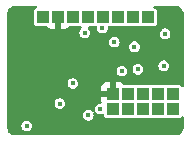
<source format=gbr>
%TF.GenerationSoftware,KiCad,Pcbnew,8.0.1-8.0.1-1~ubuntu22.04.1*%
%TF.CreationDate,2024-03-28T23:16:25+00:00*%
%TF.ProjectId,IMU_ICM2094,494d555f-4943-44d3-9230-39342e6b6963,1.0*%
%TF.SameCoordinates,Original*%
%TF.FileFunction,Copper,L2,Inr*%
%TF.FilePolarity,Positive*%
%FSLAX46Y46*%
G04 Gerber Fmt 4.6, Leading zero omitted, Abs format (unit mm)*
G04 Created by KiCad (PCBNEW 8.0.1-8.0.1-1~ubuntu22.04.1) date 2024-03-28 23:16:25*
%MOMM*%
%LPD*%
G01*
G04 APERTURE LIST*
%TA.AperFunction,ComponentPad*%
%ADD10R,1.000000X1.000000*%
%TD*%
%TA.AperFunction,ViaPad*%
%ADD11C,0.400000*%
%TD*%
G04 APERTURE END LIST*
D10*
%TO.N,GND*%
%TO.C,J18*%
X31495000Y-36500000D03*
%TD*%
%TO.N,/CSB*%
%TO.C,J17*%
X32765000Y-37770000D03*
%TD*%
%TO.N,/AIN0*%
%TO.C,J16*%
X31495000Y-37770000D03*
%TD*%
%TO.N,/I2C_SDA*%
%TO.C,J15*%
X36575000Y-37770000D03*
%TD*%
%TO.N,/i2C_SCL*%
%TO.C,J14*%
X35305000Y-37770000D03*
%TD*%
%TO.N,/SPICS_ARM*%
%TO.C,J13*%
X34035000Y-37770000D03*
%TD*%
%TO.N,/SCLK_ARM*%
%TO.C,J12*%
X32765000Y-36500000D03*
%TD*%
%TO.N,/MOSI_ARM*%
%TO.C,J11*%
X34035000Y-36500000D03*
%TD*%
%TO.N,/SWDIO{slash}MISO_ARM*%
%TO.C,J10*%
X35305000Y-36500000D03*
%TD*%
%TO.N,/IO1_out*%
%TO.C,J9*%
X36575000Y-36500000D03*
%TD*%
%TO.N,/extRef*%
%TO.C,J8*%
X34445000Y-30000000D03*
%TD*%
%TO.N,unconnected-(J7-Pin_1-Pad1)*%
%TO.C,J7*%
X33175000Y-30000000D03*
%TD*%
%TO.N,/SCLK*%
%TO.C,J6*%
X31905000Y-30000000D03*
%TD*%
%TO.N,/MOSI*%
%TO.C,J5*%
X30635000Y-30000000D03*
%TD*%
%TO.N,/MISO*%
%TO.C,J4*%
X29365000Y-30000000D03*
%TD*%
%TO.N,unconnected-(J3-Pin_1-Pad1)*%
%TO.C,J3*%
X28095000Y-30000000D03*
%TD*%
%TO.N,GND*%
%TO.C,J2*%
X26825000Y-30000000D03*
%TD*%
%TO.N,+3.3V*%
%TO.C,J1*%
X25555000Y-30000000D03*
%TD*%
D11*
%TO.N,GND*%
X34700000Y-39100000D03*
X36400000Y-39200000D03*
X23700000Y-32100000D03*
X23400000Y-30900000D03*
X36400000Y-33000000D03*
X37000000Y-30700000D03*
X34600000Y-31500000D03*
X30400000Y-34100000D03*
X29600000Y-34100000D03*
X30500000Y-33300000D03*
X29600000Y-33300000D03*
X24800000Y-34000000D03*
%TO.N,/1.8V*%
X28100000Y-35600000D03*
X32252501Y-34552501D03*
%TO.N,/CS_1.8V*%
X29400000Y-38300000D03*
%TO.N,/MOSI_1.8V*%
X33600000Y-34400000D03*
X29100000Y-31300000D03*
%TO.N,+3.3V*%
X24200000Y-39200000D03*
X33300000Y-32500000D03*
X35800000Y-34100000D03*
X30400000Y-37774510D03*
%TO.N,/MISO*%
X27000000Y-37300000D03*
%TO.N,/CS_1.8V*%
X31600000Y-32100000D03*
%TO.N,/SCK_1.8V*%
X35900000Y-31400000D03*
X30600000Y-30900000D03*
%TD*%
%TA.AperFunction,Conductor*%
%TO.N,GND*%
G36*
X25039905Y-29030185D02*
G01*
X25085660Y-29082989D01*
X25095604Y-29152147D01*
X25066579Y-29215703D01*
X25007801Y-29253477D01*
X24997057Y-29256117D01*
X24957264Y-29264032D01*
X24957260Y-29264033D01*
X24874399Y-29319399D01*
X24819033Y-29402260D01*
X24819032Y-29402264D01*
X24804500Y-29475321D01*
X24804500Y-30524678D01*
X24819032Y-30597735D01*
X24819033Y-30597739D01*
X24819034Y-30597740D01*
X24874399Y-30680601D01*
X24952387Y-30732710D01*
X24957260Y-30735966D01*
X24957264Y-30735967D01*
X25030321Y-30750499D01*
X25030324Y-30750500D01*
X25825874Y-30750500D01*
X25892913Y-30770185D01*
X25925141Y-30800189D01*
X25967809Y-30857186D01*
X25967814Y-30857191D01*
X26082906Y-30943350D01*
X26082913Y-30943354D01*
X26217620Y-30993596D01*
X26217627Y-30993598D01*
X26277155Y-30999999D01*
X26277172Y-31000000D01*
X26575000Y-31000000D01*
X26575000Y-30209618D01*
X26625446Y-30260064D01*
X26699555Y-30302851D01*
X26782213Y-30325000D01*
X26867787Y-30325000D01*
X26950445Y-30302851D01*
X27024554Y-30260064D01*
X27075000Y-30209618D01*
X27075000Y-31000000D01*
X27372828Y-31000000D01*
X27372844Y-30999999D01*
X27432372Y-30993598D01*
X27432379Y-30993596D01*
X27567086Y-30943354D01*
X27567093Y-30943350D01*
X27682185Y-30857191D01*
X27682190Y-30857186D01*
X27724859Y-30800189D01*
X27780793Y-30758318D01*
X27824126Y-30750500D01*
X28619676Y-30750500D01*
X28619677Y-30750499D01*
X28636719Y-30747109D01*
X28704719Y-30733584D01*
X28705541Y-30737720D01*
X28751968Y-30732710D01*
X28777900Y-30740374D01*
X28778017Y-30740423D01*
X28832249Y-30784477D01*
X28854054Y-30850857D01*
X28836510Y-30918488D01*
X28807291Y-30948656D01*
X28808652Y-30950226D01*
X28801953Y-30956030D01*
X28717118Y-31053937D01*
X28717117Y-31053938D01*
X28663302Y-31171774D01*
X28644867Y-31300000D01*
X28663302Y-31428225D01*
X28708972Y-31528226D01*
X28717118Y-31546063D01*
X28801951Y-31643967D01*
X28910931Y-31714004D01*
X29035225Y-31750499D01*
X29035227Y-31750500D01*
X29035228Y-31750500D01*
X29164773Y-31750500D01*
X29164773Y-31750499D01*
X29289069Y-31714004D01*
X29398049Y-31643967D01*
X29482882Y-31546063D01*
X29536697Y-31428226D01*
X29540755Y-31400000D01*
X35444867Y-31400000D01*
X35463302Y-31528225D01*
X35471449Y-31546063D01*
X35517118Y-31646063D01*
X35601951Y-31743967D01*
X35710931Y-31814004D01*
X35835225Y-31850499D01*
X35835227Y-31850500D01*
X35835228Y-31850500D01*
X35964773Y-31850500D01*
X35964773Y-31850499D01*
X36089069Y-31814004D01*
X36198049Y-31743967D01*
X36282882Y-31646063D01*
X36336697Y-31528226D01*
X36355133Y-31400000D01*
X36336697Y-31271774D01*
X36282882Y-31153937D01*
X36198049Y-31056033D01*
X36089069Y-30985996D01*
X36089065Y-30985994D01*
X36089064Y-30985994D01*
X35964774Y-30949500D01*
X35964772Y-30949500D01*
X35835228Y-30949500D01*
X35835226Y-30949500D01*
X35710935Y-30985994D01*
X35710932Y-30985995D01*
X35710931Y-30985996D01*
X35659677Y-31018934D01*
X35601950Y-31056033D01*
X35517118Y-31153937D01*
X35517117Y-31153938D01*
X35463302Y-31271774D01*
X35444867Y-31400000D01*
X29540755Y-31400000D01*
X29555133Y-31300000D01*
X29536697Y-31171774D01*
X29482882Y-31053937D01*
X29398049Y-30956033D01*
X29398048Y-30956032D01*
X29397762Y-30955702D01*
X29368738Y-30892146D01*
X29378682Y-30822988D01*
X29424437Y-30770184D01*
X29491476Y-30750500D01*
X29889676Y-30750500D01*
X29889677Y-30750499D01*
X29906719Y-30747109D01*
X29974719Y-30733584D01*
X29975541Y-30737720D01*
X30021968Y-30732710D01*
X30025260Y-30733676D01*
X30025279Y-30733583D01*
X30037259Y-30735965D01*
X30037260Y-30735966D01*
X30049528Y-30738406D01*
X30111440Y-30770790D01*
X30146015Y-30831505D01*
X30148077Y-30877669D01*
X30144867Y-30899997D01*
X30144867Y-30899999D01*
X30163302Y-31028225D01*
X30175045Y-31053937D01*
X30217118Y-31146063D01*
X30301951Y-31243967D01*
X30410931Y-31314004D01*
X30535225Y-31350499D01*
X30535227Y-31350500D01*
X30535228Y-31350500D01*
X30664773Y-31350500D01*
X30664773Y-31350499D01*
X30789069Y-31314004D01*
X30898049Y-31243967D01*
X30982882Y-31146063D01*
X31036697Y-31028226D01*
X31055133Y-30900000D01*
X31053851Y-30891084D01*
X31063792Y-30821926D01*
X31109545Y-30769121D01*
X31154087Y-30753635D01*
X31153700Y-30751689D01*
X31244719Y-30733584D01*
X31245541Y-30737720D01*
X31291968Y-30732710D01*
X31295262Y-30733677D01*
X31295281Y-30733584D01*
X31380321Y-30750499D01*
X31380324Y-30750500D01*
X31380326Y-30750500D01*
X32429676Y-30750500D01*
X32429677Y-30750499D01*
X32446719Y-30747109D01*
X32514719Y-30733584D01*
X32515541Y-30737720D01*
X32561968Y-30732710D01*
X32565262Y-30733677D01*
X32565281Y-30733584D01*
X32650321Y-30750499D01*
X32650324Y-30750500D01*
X32650326Y-30750500D01*
X33699676Y-30750500D01*
X33699677Y-30750499D01*
X33716719Y-30747109D01*
X33784719Y-30733584D01*
X33785541Y-30737720D01*
X33831968Y-30732710D01*
X33835262Y-30733677D01*
X33835281Y-30733584D01*
X33920321Y-30750499D01*
X33920324Y-30750500D01*
X33920326Y-30750500D01*
X34969676Y-30750500D01*
X34969677Y-30750499D01*
X35042740Y-30735966D01*
X35125601Y-30680601D01*
X35180966Y-30597740D01*
X35195500Y-30524674D01*
X35195500Y-29475326D01*
X35195500Y-29475323D01*
X35195499Y-29475321D01*
X35180967Y-29402264D01*
X35180966Y-29402260D01*
X35145999Y-29349928D01*
X35125601Y-29319399D01*
X35070235Y-29282405D01*
X35042739Y-29264033D01*
X35042735Y-29264032D01*
X35002943Y-29256117D01*
X34941032Y-29223732D01*
X34906457Y-29163016D01*
X34910197Y-29093247D01*
X34951064Y-29036575D01*
X35016082Y-29010994D01*
X35027134Y-29010500D01*
X36743908Y-29010500D01*
X36756061Y-29011097D01*
X36765633Y-29012039D01*
X36882118Y-29023512D01*
X36905955Y-29028254D01*
X37021310Y-29063247D01*
X37043764Y-29072548D01*
X37082490Y-29093247D01*
X37150071Y-29129370D01*
X37170283Y-29142875D01*
X37263464Y-29219347D01*
X37280652Y-29236535D01*
X37357124Y-29329716D01*
X37370629Y-29349928D01*
X37427450Y-29456232D01*
X37436752Y-29478689D01*
X37471745Y-29594044D01*
X37476488Y-29617886D01*
X37488903Y-29743938D01*
X37489500Y-29756092D01*
X37489500Y-35760681D01*
X37469815Y-35827720D01*
X37417011Y-35873475D01*
X37347853Y-35883419D01*
X37284297Y-35854394D01*
X37262398Y-35829571D01*
X37255602Y-35819400D01*
X37172739Y-35764033D01*
X37172735Y-35764032D01*
X37099677Y-35749500D01*
X37099674Y-35749500D01*
X36050326Y-35749500D01*
X36050324Y-35749500D01*
X35965283Y-35766416D01*
X35964462Y-35762291D01*
X35917897Y-35767264D01*
X35914733Y-35766335D01*
X35914717Y-35766416D01*
X35829676Y-35749500D01*
X35829674Y-35749500D01*
X34780326Y-35749500D01*
X34780324Y-35749500D01*
X34695283Y-35766416D01*
X34694462Y-35762291D01*
X34647897Y-35767264D01*
X34644733Y-35766335D01*
X34644717Y-35766416D01*
X34559676Y-35749500D01*
X34559674Y-35749500D01*
X33510326Y-35749500D01*
X33510324Y-35749500D01*
X33425283Y-35766416D01*
X33424462Y-35762291D01*
X33377897Y-35767264D01*
X33374733Y-35766335D01*
X33374717Y-35766416D01*
X33289676Y-35749500D01*
X33289674Y-35749500D01*
X32494126Y-35749500D01*
X32427087Y-35729815D01*
X32394859Y-35699811D01*
X32352190Y-35642813D01*
X32352185Y-35642808D01*
X32237093Y-35556649D01*
X32237086Y-35556645D01*
X32102379Y-35506403D01*
X32102372Y-35506401D01*
X32042844Y-35500000D01*
X31745000Y-35500000D01*
X31745000Y-36290382D01*
X31694554Y-36239936D01*
X31620445Y-36197149D01*
X31537787Y-36175000D01*
X31452213Y-36175000D01*
X31369555Y-36197149D01*
X31295446Y-36239936D01*
X31234936Y-36300446D01*
X31192149Y-36374555D01*
X31170000Y-36457213D01*
X31170000Y-36542787D01*
X31192149Y-36625445D01*
X31234936Y-36699554D01*
X31285382Y-36750000D01*
X30495000Y-36750000D01*
X30495000Y-37047844D01*
X30501401Y-37107372D01*
X30501403Y-37107379D01*
X30519790Y-37156677D01*
X30524774Y-37226368D01*
X30491289Y-37287691D01*
X30429966Y-37321176D01*
X30403608Y-37324010D01*
X30335226Y-37324010D01*
X30210935Y-37360504D01*
X30210932Y-37360505D01*
X30210931Y-37360506D01*
X30159677Y-37393444D01*
X30101950Y-37430543D01*
X30017118Y-37528447D01*
X30017117Y-37528448D01*
X29963302Y-37646284D01*
X29944867Y-37774510D01*
X29964565Y-37911514D01*
X29962336Y-37911834D01*
X29962334Y-37969316D01*
X29928291Y-38022280D01*
X29938984Y-38017397D01*
X30008144Y-38027335D01*
X30050354Y-38058930D01*
X30101951Y-38118477D01*
X30210931Y-38188514D01*
X30335225Y-38225009D01*
X30335227Y-38225010D01*
X30335228Y-38225010D01*
X30464773Y-38225010D01*
X30464773Y-38225009D01*
X30533508Y-38204827D01*
X30586308Y-38189325D01*
X30656177Y-38189325D01*
X30714955Y-38227100D01*
X30743105Y-38288740D01*
X30743311Y-38288700D01*
X30743484Y-38289570D01*
X30743980Y-38290656D01*
X30744415Y-38294253D01*
X30759032Y-38367735D01*
X30759033Y-38367739D01*
X30759034Y-38367740D01*
X30814399Y-38450601D01*
X30892387Y-38502710D01*
X30897260Y-38505966D01*
X30897264Y-38505967D01*
X30970321Y-38520499D01*
X30970324Y-38520500D01*
X30970326Y-38520500D01*
X32019676Y-38520500D01*
X32019677Y-38520499D01*
X32036719Y-38517109D01*
X32104719Y-38503584D01*
X32105541Y-38507720D01*
X32151968Y-38502710D01*
X32155262Y-38503677D01*
X32155281Y-38503584D01*
X32240321Y-38520499D01*
X32240324Y-38520500D01*
X32240326Y-38520500D01*
X33289676Y-38520500D01*
X33289677Y-38520499D01*
X33306719Y-38517109D01*
X33374719Y-38503584D01*
X33375541Y-38507720D01*
X33421968Y-38502710D01*
X33425262Y-38503677D01*
X33425281Y-38503584D01*
X33510321Y-38520499D01*
X33510324Y-38520500D01*
X33510326Y-38520500D01*
X34559676Y-38520500D01*
X34559677Y-38520499D01*
X34576719Y-38517109D01*
X34644719Y-38503584D01*
X34645541Y-38507720D01*
X34691968Y-38502710D01*
X34695262Y-38503677D01*
X34695281Y-38503584D01*
X34780321Y-38520499D01*
X34780324Y-38520500D01*
X34780326Y-38520500D01*
X35829676Y-38520500D01*
X35829677Y-38520499D01*
X35846719Y-38517109D01*
X35914719Y-38503584D01*
X35915541Y-38507720D01*
X35961968Y-38502710D01*
X35965262Y-38503677D01*
X35965281Y-38503584D01*
X36050321Y-38520499D01*
X36050324Y-38520500D01*
X36050326Y-38520500D01*
X37099676Y-38520500D01*
X37099677Y-38520499D01*
X37172740Y-38505966D01*
X37255601Y-38450601D01*
X37262398Y-38440428D01*
X37316007Y-38395623D01*
X37385332Y-38386914D01*
X37448360Y-38417067D01*
X37485081Y-38476509D01*
X37489500Y-38509318D01*
X37489500Y-39243906D01*
X37488903Y-39256060D01*
X37476488Y-39382112D01*
X37471746Y-39405953D01*
X37436753Y-39521309D01*
X37427450Y-39543767D01*
X37370629Y-39650072D01*
X37357124Y-39670284D01*
X37280653Y-39763464D01*
X37263465Y-39780652D01*
X37170284Y-39857124D01*
X37150072Y-39870629D01*
X37043768Y-39927450D01*
X37021310Y-39936753D01*
X36905954Y-39971746D01*
X36882113Y-39976488D01*
X36756072Y-39988902D01*
X36743918Y-39989499D01*
X23256090Y-39989499D01*
X23243937Y-39988902D01*
X23117887Y-39976488D01*
X23094044Y-39971745D01*
X22978689Y-39936752D01*
X22956232Y-39927450D01*
X22849928Y-39870629D01*
X22829716Y-39857124D01*
X22736535Y-39780652D01*
X22719347Y-39763464D01*
X22642875Y-39670283D01*
X22629370Y-39650071D01*
X22572656Y-39543967D01*
X22572548Y-39543764D01*
X22563247Y-39521310D01*
X22528254Y-39405955D01*
X22523512Y-39382118D01*
X22511097Y-39256060D01*
X22510500Y-39243907D01*
X22510500Y-39200000D01*
X23744867Y-39200000D01*
X23763302Y-39328225D01*
X23793464Y-39394269D01*
X23817118Y-39446063D01*
X23901951Y-39543967D01*
X24010931Y-39614004D01*
X24135225Y-39650499D01*
X24135227Y-39650500D01*
X24135228Y-39650500D01*
X24264773Y-39650500D01*
X24264773Y-39650499D01*
X24389069Y-39614004D01*
X24498049Y-39543967D01*
X24582882Y-39446063D01*
X24636697Y-39328226D01*
X24655133Y-39200000D01*
X24636697Y-39071774D01*
X24582882Y-38953937D01*
X24498049Y-38856033D01*
X24389069Y-38785996D01*
X24389065Y-38785994D01*
X24389064Y-38785994D01*
X24264774Y-38749500D01*
X24264772Y-38749500D01*
X24135228Y-38749500D01*
X24135226Y-38749500D01*
X24010935Y-38785994D01*
X24010932Y-38785995D01*
X24010931Y-38785996D01*
X23959677Y-38818934D01*
X23901950Y-38856033D01*
X23817118Y-38953937D01*
X23817117Y-38953938D01*
X23763302Y-39071774D01*
X23744867Y-39200000D01*
X22510500Y-39200000D01*
X22510500Y-38300000D01*
X28944867Y-38300000D01*
X28963302Y-38428225D01*
X29017117Y-38546061D01*
X29017118Y-38546063D01*
X29101951Y-38643967D01*
X29210931Y-38714004D01*
X29335225Y-38750499D01*
X29335227Y-38750500D01*
X29335228Y-38750500D01*
X29464773Y-38750500D01*
X29464773Y-38750499D01*
X29589069Y-38714004D01*
X29698049Y-38643967D01*
X29782882Y-38546063D01*
X29836697Y-38428226D01*
X29855133Y-38300000D01*
X29836697Y-38171774D01*
X29835435Y-38162996D01*
X29837665Y-38162675D01*
X29837661Y-38105207D01*
X29871703Y-38052226D01*
X29860999Y-38057115D01*
X29791841Y-38047168D01*
X29749644Y-38015578D01*
X29698049Y-37956033D01*
X29589069Y-37885996D01*
X29589065Y-37885994D01*
X29589064Y-37885994D01*
X29464774Y-37849500D01*
X29464772Y-37849500D01*
X29335228Y-37849500D01*
X29335226Y-37849500D01*
X29210935Y-37885994D01*
X29210932Y-37885995D01*
X29210931Y-37885996D01*
X29184883Y-37902736D01*
X29101950Y-37956033D01*
X29017118Y-38053937D01*
X29017117Y-38053938D01*
X28963302Y-38171774D01*
X28944867Y-38300000D01*
X22510500Y-38300000D01*
X22510500Y-37300000D01*
X26544867Y-37300000D01*
X26563302Y-37428225D01*
X26564361Y-37430543D01*
X26617118Y-37546063D01*
X26701951Y-37643967D01*
X26810931Y-37714004D01*
X26935225Y-37750499D01*
X26935227Y-37750500D01*
X26935228Y-37750500D01*
X27064773Y-37750500D01*
X27064773Y-37750499D01*
X27189069Y-37714004D01*
X27298049Y-37643967D01*
X27382882Y-37546063D01*
X27436697Y-37428226D01*
X27455133Y-37300000D01*
X27436697Y-37171774D01*
X27382882Y-37053937D01*
X27298049Y-36956033D01*
X27189069Y-36885996D01*
X27189065Y-36885994D01*
X27189064Y-36885994D01*
X27064774Y-36849500D01*
X27064772Y-36849500D01*
X26935228Y-36849500D01*
X26935226Y-36849500D01*
X26810935Y-36885994D01*
X26810932Y-36885995D01*
X26810931Y-36885996D01*
X26759677Y-36918934D01*
X26701950Y-36956033D01*
X26617118Y-37053937D01*
X26617117Y-37053938D01*
X26563302Y-37171774D01*
X26544867Y-37300000D01*
X22510500Y-37300000D01*
X22510500Y-36250000D01*
X30495000Y-36250000D01*
X31245000Y-36250000D01*
X31245000Y-35500000D01*
X30947155Y-35500000D01*
X30887627Y-35506401D01*
X30887620Y-35506403D01*
X30752913Y-35556645D01*
X30752906Y-35556649D01*
X30637812Y-35642809D01*
X30637809Y-35642812D01*
X30551649Y-35757906D01*
X30551645Y-35757913D01*
X30501403Y-35892620D01*
X30501401Y-35892627D01*
X30495000Y-35952155D01*
X30495000Y-36250000D01*
X22510500Y-36250000D01*
X22510500Y-35600000D01*
X27644867Y-35600000D01*
X27663302Y-35728225D01*
X27679656Y-35764034D01*
X27717118Y-35846063D01*
X27801951Y-35943967D01*
X27910931Y-36014004D01*
X28035225Y-36050499D01*
X28035227Y-36050500D01*
X28035228Y-36050500D01*
X28164773Y-36050500D01*
X28164773Y-36050499D01*
X28289069Y-36014004D01*
X28398049Y-35943967D01*
X28482882Y-35846063D01*
X28536697Y-35728226D01*
X28555133Y-35600000D01*
X28536697Y-35471774D01*
X28482882Y-35353937D01*
X28398049Y-35256033D01*
X28289069Y-35185996D01*
X28289065Y-35185994D01*
X28289064Y-35185994D01*
X28164774Y-35149500D01*
X28164772Y-35149500D01*
X28035228Y-35149500D01*
X28035226Y-35149500D01*
X27910935Y-35185994D01*
X27910932Y-35185995D01*
X27910931Y-35185996D01*
X27859677Y-35218934D01*
X27801950Y-35256033D01*
X27717118Y-35353937D01*
X27717117Y-35353938D01*
X27663302Y-35471774D01*
X27644867Y-35600000D01*
X22510500Y-35600000D01*
X22510500Y-34552501D01*
X31797368Y-34552501D01*
X31815803Y-34680726D01*
X31844685Y-34743967D01*
X31869619Y-34798564D01*
X31954452Y-34896468D01*
X32063432Y-34966505D01*
X32187726Y-35003000D01*
X32187728Y-35003001D01*
X32187729Y-35003001D01*
X32317274Y-35003001D01*
X32317274Y-35003000D01*
X32441570Y-34966505D01*
X32550550Y-34896468D01*
X32635383Y-34798564D01*
X32689198Y-34680727D01*
X32707634Y-34552501D01*
X32689198Y-34424275D01*
X32678112Y-34400000D01*
X33144867Y-34400000D01*
X33163302Y-34528225D01*
X33173475Y-34550500D01*
X33217118Y-34646063D01*
X33301951Y-34743967D01*
X33410931Y-34814004D01*
X33535225Y-34850499D01*
X33535227Y-34850500D01*
X33535228Y-34850500D01*
X33664773Y-34850500D01*
X33664773Y-34850499D01*
X33789069Y-34814004D01*
X33898049Y-34743967D01*
X33982882Y-34646063D01*
X34036697Y-34528226D01*
X34055133Y-34400000D01*
X34036697Y-34271774D01*
X33982882Y-34153937D01*
X33936146Y-34100000D01*
X35344867Y-34100000D01*
X35363302Y-34228225D01*
X35399022Y-34306439D01*
X35417118Y-34346063D01*
X35501951Y-34443967D01*
X35610931Y-34514004D01*
X35659368Y-34528226D01*
X35735225Y-34550499D01*
X35735227Y-34550500D01*
X35735228Y-34550500D01*
X35864773Y-34550500D01*
X35864773Y-34550499D01*
X35989069Y-34514004D01*
X36098049Y-34443967D01*
X36182882Y-34346063D01*
X36236697Y-34228226D01*
X36255133Y-34100000D01*
X36236697Y-33971774D01*
X36182882Y-33853937D01*
X36098049Y-33756033D01*
X35989069Y-33685996D01*
X35989065Y-33685994D01*
X35989064Y-33685994D01*
X35864774Y-33649500D01*
X35864772Y-33649500D01*
X35735228Y-33649500D01*
X35735226Y-33649500D01*
X35610935Y-33685994D01*
X35610932Y-33685995D01*
X35610931Y-33685996D01*
X35559677Y-33718934D01*
X35501950Y-33756033D01*
X35417118Y-33853937D01*
X35417117Y-33853938D01*
X35363302Y-33971774D01*
X35344867Y-34100000D01*
X33936146Y-34100000D01*
X33898049Y-34056033D01*
X33789069Y-33985996D01*
X33789065Y-33985994D01*
X33789064Y-33985994D01*
X33664774Y-33949500D01*
X33664772Y-33949500D01*
X33535228Y-33949500D01*
X33535226Y-33949500D01*
X33410935Y-33985994D01*
X33410932Y-33985995D01*
X33410931Y-33985996D01*
X33359677Y-34018934D01*
X33301950Y-34056033D01*
X33217118Y-34153937D01*
X33217117Y-34153938D01*
X33163302Y-34271774D01*
X33144867Y-34400000D01*
X32678112Y-34400000D01*
X32635383Y-34306438D01*
X32550550Y-34208534D01*
X32441570Y-34138497D01*
X32441566Y-34138495D01*
X32441565Y-34138495D01*
X32317275Y-34102001D01*
X32317273Y-34102001D01*
X32187729Y-34102001D01*
X32187727Y-34102001D01*
X32063436Y-34138495D01*
X32063433Y-34138496D01*
X32063432Y-34138497D01*
X32012178Y-34171435D01*
X31954451Y-34208534D01*
X31869619Y-34306438D01*
X31869618Y-34306439D01*
X31815803Y-34424275D01*
X31797368Y-34552501D01*
X22510500Y-34552501D01*
X22510500Y-32100000D01*
X31144867Y-32100000D01*
X31163302Y-32228225D01*
X31175045Y-32253937D01*
X31217118Y-32346063D01*
X31301951Y-32443967D01*
X31410931Y-32514004D01*
X31535225Y-32550499D01*
X31535227Y-32550500D01*
X31535228Y-32550500D01*
X31664773Y-32550500D01*
X31664773Y-32550499D01*
X31789069Y-32514004D01*
X31810860Y-32500000D01*
X32844867Y-32500000D01*
X32863302Y-32628225D01*
X32917117Y-32746061D01*
X32917118Y-32746063D01*
X33001951Y-32843967D01*
X33110931Y-32914004D01*
X33235225Y-32950499D01*
X33235227Y-32950500D01*
X33235228Y-32950500D01*
X33364773Y-32950500D01*
X33364773Y-32950499D01*
X33489069Y-32914004D01*
X33598049Y-32843967D01*
X33682882Y-32746063D01*
X33736697Y-32628226D01*
X33755133Y-32500000D01*
X33736697Y-32371774D01*
X33682882Y-32253937D01*
X33598049Y-32156033D01*
X33489069Y-32085996D01*
X33489065Y-32085994D01*
X33489064Y-32085994D01*
X33364774Y-32049500D01*
X33364772Y-32049500D01*
X33235228Y-32049500D01*
X33235226Y-32049500D01*
X33110935Y-32085994D01*
X33110932Y-32085995D01*
X33110931Y-32085996D01*
X33059677Y-32118934D01*
X33001950Y-32156033D01*
X32917118Y-32253937D01*
X32917117Y-32253938D01*
X32863302Y-32371774D01*
X32844867Y-32500000D01*
X31810860Y-32500000D01*
X31898049Y-32443967D01*
X31982882Y-32346063D01*
X32036697Y-32228226D01*
X32055133Y-32100000D01*
X32036697Y-31971774D01*
X31982882Y-31853937D01*
X31898049Y-31756033D01*
X31789069Y-31685996D01*
X31789065Y-31685994D01*
X31789064Y-31685994D01*
X31664774Y-31649500D01*
X31664772Y-31649500D01*
X31535228Y-31649500D01*
X31535226Y-31649500D01*
X31410935Y-31685994D01*
X31410932Y-31685995D01*
X31410931Y-31685996D01*
X31367350Y-31714004D01*
X31301950Y-31756033D01*
X31217118Y-31853937D01*
X31217117Y-31853938D01*
X31163302Y-31971774D01*
X31144867Y-32100000D01*
X22510500Y-32100000D01*
X22510500Y-29756092D01*
X22511097Y-29743939D01*
X22517877Y-29675097D01*
X22523512Y-29617880D01*
X22528251Y-29594054D01*
X22563248Y-29478683D01*
X22572546Y-29456238D01*
X22629374Y-29349921D01*
X22642870Y-29329721D01*
X22719350Y-29236530D01*
X22736529Y-29219351D01*
X22829721Y-29142870D01*
X22849921Y-29129373D01*
X22956238Y-29072546D01*
X22978682Y-29063248D01*
X23094053Y-29028251D01*
X23117878Y-29023512D01*
X23226582Y-29012805D01*
X23243919Y-29011098D01*
X23256073Y-29010501D01*
X23304766Y-29010501D01*
X23304775Y-29010500D01*
X24972866Y-29010500D01*
X25039905Y-29030185D01*
G37*
%TD.AperFunction*%
%TD*%
M02*

</source>
